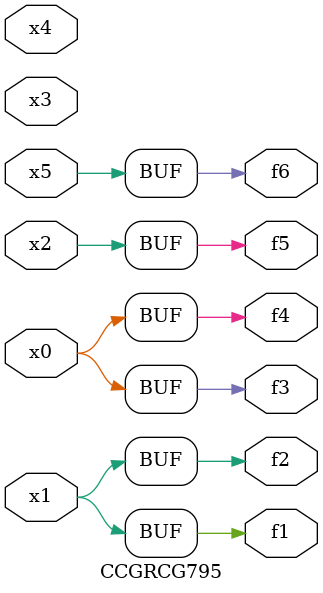
<source format=v>
module CCGRCG795(
	input x0, x1, x2, x3, x4, x5,
	output f1, f2, f3, f4, f5, f6
);
	assign f1 = x1;
	assign f2 = x1;
	assign f3 = x0;
	assign f4 = x0;
	assign f5 = x2;
	assign f6 = x5;
endmodule

</source>
